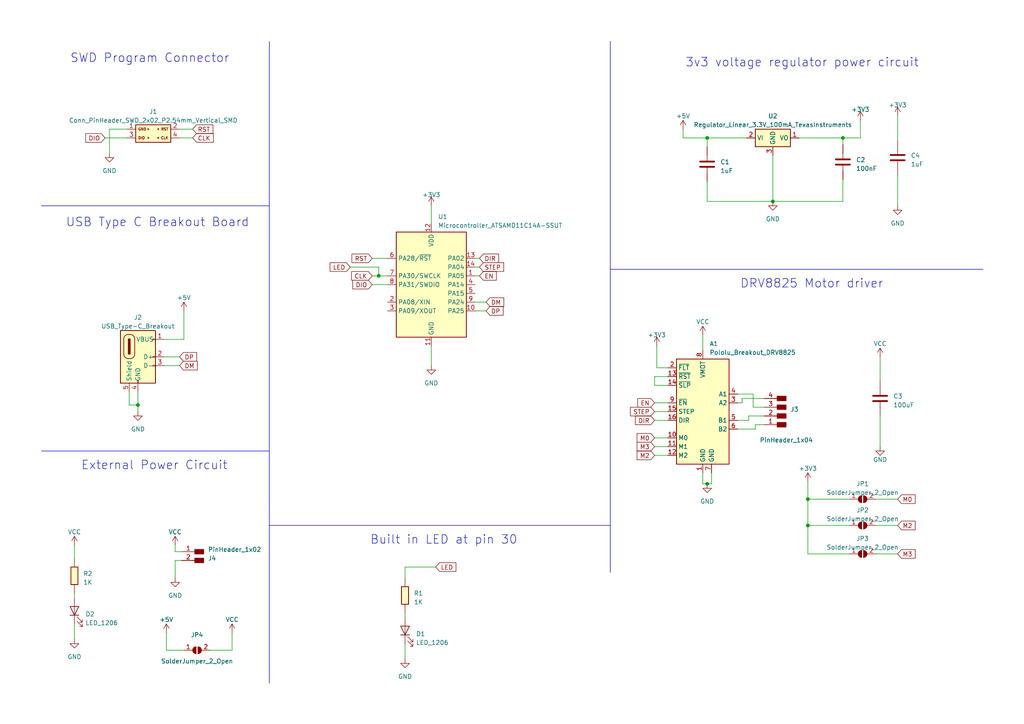
<source format=kicad_sch>
(kicad_sch (version 20230121) (generator eeschema)
  (paper "A4")
  (title_block (title "Urumbu Project SAMD11C with DRV8825 Controller") (date "2024-04-03") (rev "v 1.0") (company "Super Fablab Kerala"))
  (lib_symbols
    (symbol "Driver_Motor:Pololu_Breakout_DRV8825"
      (property "Reference" "A" (at -2.54 16.51 0))
      (property "Value" "Pololu_Breakout_DRV8825" (at -2.54 13.97 0))
      (symbol "Pololu_Breakout_DRV8825_0_1"
        (rectangle (start 7.62 -17.78) (end -7.62 12.7) (stroke (width 0.254)) (fill (type background)))
      )
      (symbol "Pololu_Breakout_DRV8825_1_1"
        (pin power_in line (at 0 -20.32 90) (length 2.54) (name "GND") (number "1"))
        (pin input line (at -10.16 -10.16 0) (length 2.54) (name "M0") (number "10"))
        (pin input line (at -10.16 -12.7 0) (length 2.54) (name "M1") (number "11"))
        (pin input line (at -10.16 -15.24 0) (length 2.54) (name "M2") (number "12"))
        (pin input line (at -10.16 7.62 0) (length 2.54) (name "~{RST}") (number "13"))
        (pin input line (at -10.16 5.08 0) (length 2.54) (name "~{SLP}") (number "14"))
        (pin input line (at -10.16 -2.54 0) (length 2.54) (name "STEP") (number "15"))
        (pin input line (at -10.16 -5.08 0) (length 2.54) (name "DIR") (number "16"))
        (pin output line (at -10.16 10.16 0) (length 2.54) (name "~{FLT}") (number "2"))
        (pin output line (at 10.16 0 180) (length 2.54) (name "A2") (number "3"))
        (pin output line (at 10.16 2.54 180) (length 2.54) (name "A1") (number "4"))
        (pin output line (at 10.16 -5.08 180) (length 2.54) (name "B1") (number "5"))
        (pin output line (at 10.16 -7.62 180) (length 2.54) (name "B2") (number "6"))
        (pin power_in line (at 2.54 -20.32 90) (length 2.54) (name "GND") (number "7"))
        (pin power_in line (at 0 15.24 270) (length 2.54) (name "VMOT") (number "8"))
        (pin input line (at -10.16 0 0) (length 2.54) (name "~{EN}") (number "9"))
      )
    )
    (symbol "Jumper:SolderJumper_2_Open" (pin_names (offset 0) hide)
      (property "Reference" "JP" (at 0 2.032 0))
      (property "Value" "SolderJumper_2_Open" (at 0 -2.54 0))
      (symbol "SolderJumper_2_Open_0_1"
        (arc (start -0.254 1.016) (mid -1.2656 0) (end -0.254 -1.016))
        (arc (start -0.254 1.016) (mid -1.2656 0) (end -0.254 -1.016) (fill (type outline)))
        (polyline (pts (xy -0.254 1.016) (xy -0.254 -1.016)))
        (polyline (pts (xy 0.254 1.016) (xy 0.254 -1.016)))
        (arc (start 0.254 -1.016) (mid 1.2656 0) (end 0.254 1.016))
        (arc (start 0.254 -1.016) (mid 1.2656 0) (end 0.254 1.016) (fill (type outline)))
      )
      (symbol "SolderJumper_2_Open_1_1"
        (pin passive line (at -3.81 0 0) (length 2.54) (name "A") (number "1"))
        (pin passive line (at 3.81 0 180) (length 2.54) (name "B") (number "2"))
      )
    )
    (symbol "ProshPlay:ProshPlay-Type-C-breakout-board"
      (property "Reference" "J" (at -3.175 10.795 0))
      (property "Value" "USB_Type-C_Breakout" (at 0 8.255 0))
      (symbol "ProshPlay-Type-C-breakout-board_0_1"
        (rectangle (start -5.08 6.985) (end 5.08 -8.255) (stroke (width 0.254)) (fill (type background)))
        (arc (start -4.1059 0.1404) (mid -3.7339 -0.7576) (end -2.8359 -1.1296) (stroke (width 0.2)))
        (rectangle (start -2.8359 4.5854) (end -2.2009 0.1404) (fill (type outline)))
        (arc (start -2.836 5.8555) (mid -3.734 5.4835) (end -4.106 4.5855) (stroke (width 0.2)))
        (arc (start -2.2009 -1.1296) (mid -1.3043 -0.7563) (end -0.9308 0.1403) (stroke (width 0.2)))
        (arc (start -0.9308 4.5855) (mid -1.3028 5.4835) (end -2.2008 5.8555) (stroke (width 0.2)))
        (rectangle (start -0.127 -8.255) (end 0.127 -7.493))
        (polyline (pts (xy -4.1059 4.5854) (xy -4.1059 0.1404)) (stroke (width 0.2)))
        (polyline (pts (xy -2.8359 -1.1296) (xy -2.2009 -1.1296)) (stroke (width 0.2)))
        (polyline (pts (xy -2.8359 5.8554) (xy -2.2009 5.8554)) (stroke (width 0.2)))
        (polyline (pts (xy -0.9309 0.1404) (xy -0.9309 4.5854)) (stroke (width 0.2)))
        (rectangle (start 5.08 -3.302) (end 4.318 -3.048))
        (rectangle (start 5.08 -0.762) (end 4.318 -0.508))
        (rectangle (start 5.08 4.318) (end 4.318 4.572))
      )
      (symbol "ProshPlay-Type-C-breakout-board_1_1"
        (pin power_in line (at 7.62 4.445 180) (length 2.54) (name "VBUS") (number "1"))
        (pin bidirectional line (at 7.62 -0.635 180) (length 2.54) (name "D+") (number "2"))
        (pin bidirectional line (at 7.62 -3.175 180) (length 2.54) (name "D-") (number "3"))
        (pin power_in line (at 0 -10.795 90) (length 2.54) (name "GND") (number "4"))
        (pin passive line (at -2.54 -10.795 90) (length 2.54) (name "Shield") (number "5"))
      )
    )
    (symbol "fab:C_1206" (pin_numbers hide)
      (property "Reference" "C" (at 0.635 2.54 0))
      (property "Value" "C_1206" (at 0.635 -2.54 0))
      (symbol "C_1206_0_1"
        (polyline (pts (xy -2.032 -0.762) (xy 2.032 -0.762)) (stroke (width 0.508)))
        (polyline (pts (xy -2.032 0.762) (xy 2.032 0.762)) (stroke (width 0.508)))
        (polyline (pts (xy 0 -0.635) (xy 0 -2.54)))
        (polyline (pts (xy 0 0.635) (xy 0 2.54)))
      )
      (symbol "C_1206_1_1"
        (pin passive line (at 0 5.08 270) (length 2.54) (name "~") (number "1"))
        (pin passive line (at 0 -5.08 90) (length 2.54) (name "~") (number "2"))
      )
    )
    (symbol "fab:Conn_PinHeader_1x02_P2.54mm_Horizontal_SMD" (pin_names hide)
      (property "Reference" "J" (at 0 2.54 0))
      (property "Value" "Conn_PinHeader_1x02_P2.54mm_Horizontal_SMD" (at 0 -5.08 0))
      (symbol "Conn_PinHeader_1x02_P2.54mm_Horizontal_SMD_1_1"
        (rectangle (start -1.27 -1.905) (end 1.27 -3.175) (stroke (width 0.254)) (fill (type outline)))
        (rectangle (start -1.27 0.635) (end 1.27 -0.635) (stroke (width 0.254)) (fill (type outline)))
        (pin passive line (at 5.08 0 180) (length 3.81) (name "Pin_1") (number "1"))
        (pin passive line (at 5.08 -2.54 180) (length 3.81) (name "Pin_2") (number "2"))
      )
    )
    (symbol "fab:Conn_PinHeader_1x04_P2.54mm_Horizontal_SMD" (pin_names hide)
      (property "Reference" "J" (at 0 5.08 0))
      (property "Value" "Conn_PinHeader_1x04_P2.54mm_Horizontal_SMD" (at 0 -7.62 0))
      (symbol "Conn_PinHeader_1x04_P2.54mm_Horizontal_SMD_1_1"
        (rectangle (start -1.27 -4.445) (end 1.27 -5.715) (stroke (width 0.254)) (fill (type outline)))
        (rectangle (start -1.27 -1.905) (end 1.27 -3.175) (stroke (width 0.254)) (fill (type outline)))
        (rectangle (start -1.27 0.635) (end 1.27 -0.635) (stroke (width 0.254)) (fill (type outline)))
        (rectangle (start -1.27 3.175) (end 1.27 1.905) (stroke (width 0.254)) (fill (type outline)))
        (pin passive line (at 5.08 2.54 180) (length 3.81) (name "Pin_1") (number "1"))
        (pin passive line (at 5.08 0 180) (length 3.81) (name "Pin_2") (number "2"))
        (pin passive line (at 5.08 -2.54 180) (length 3.81) (name "Pin_3") (number "3"))
        (pin passive line (at 5.08 -5.08 180) (length 3.81) (name "Pin_4") (number "4"))
      )
    )
    (symbol "fab:Conn_PinHeader_SWD_2x02_P2.54mm_Vertical_SMD"
      (property "Reference" "J" (at 0 3.81 0))
      (property "Value" "Conn_PinHeader_SWD_2x02_P2.54mm_Vertical_SMD" (at 0 -3.81 0))
      (symbol "Conn_PinHeader_SWD_2x02_P2.54mm_Vertical_SMD_0_0"
        (text "CLK" (at 4.445 -1.27 0) (effects (font (size 0.75 0.75)) (justify right)))
        (text "DIO" (at -4.445 -1.27 0) (effects (font (size 0.75 0.75)) (justify left)))
        (text "GND" (at -4.445 1.27 0) (effects (font (size 0.75 0.75)) (justify left)))
        (text "RST" (at 4.445 1.27 0) (effects (font (size 0.75 0.75)) (justify right)))
      )
      (symbol "Conn_PinHeader_SWD_2x02_P2.54mm_Vertical_SMD_0_1"
        (polyline (pts (xy -1.524 -1.016) (xy -1.27 -1.27) (xy -1.524 -1.524) (xy -1.524 -1.016)) (fill (type outline)))
        (polyline (pts (xy -1.524 1.524) (xy -1.27 1.27) (xy -1.524 1.016) (xy -1.524 1.524)) (fill (type outline)))
        (polyline (pts (xy 1.524 -1.016) (xy 1.27 -1.27) (xy 1.524 -1.524) (xy 1.524 -1.016)) (fill (type outline)))
        (polyline (pts (xy 1.524 1.524) (xy 1.27 1.27) (xy 1.524 1.016) (xy 1.524 1.524)) (fill (type outline)))
      )
      (symbol "Conn_PinHeader_SWD_2x02_P2.54mm_Vertical_SMD_1_1"
        (rectangle (start -5.08 2.54) (end 5.08 -2.54) (stroke (width 0.254)) (fill (type background)))
        (pin passive line (at -7.62 1.27 0) (length 2.54) (name "") (number "1"))
        (pin passive line (at 7.62 1.27 180) (length 2.54) (name "") (number "2"))
        (pin passive line (at -7.62 -1.27 0) (length 2.54) (name "") (number "3"))
        (pin passive line (at 7.62 -1.27 180) (length 2.54) (name "") (number "4"))
      )
    )
    (symbol "fab:LED_1206" (pin_numbers hide) (pin_names (offset 1.016) hide)
      (property "Reference" "D" (at 0 2.54 0))
      (property "Value" "LED_1206" (at 0 -2.54 0))
      (symbol "LED_1206_0_1"
        (polyline (pts (xy -1.27 -1.27) (xy -1.27 1.27)) (stroke (width 0.2032)))
        (polyline (pts (xy -1.27 0) (xy 1.27 0)))
        (polyline (pts (xy 1.27 -1.27) (xy 1.27 1.27) (xy -1.27 0) (xy 1.27 -1.27)) (stroke (width 0.2032)))
        (polyline (pts (xy -3.048 -0.762) (xy -4.572 -2.286) (xy -3.81 -2.286) (xy -4.572 -2.286) (xy -4.572 -1.524)))
        (polyline (pts (xy -1.778 -0.762) (xy -3.302 -2.286) (xy -2.54 -2.286) (xy -3.302 -2.286) (xy -3.302 -1.524)))
      )
      (symbol "LED_1206_1_1"
        (pin passive line (at -3.81 0 0) (length 2.54) (name "K") (number "1"))
        (pin passive line (at 3.81 0 180) (length 2.54) (name "A") (number "2"))
      )
    )
    (symbol "fab:Microcontroller_ATSAMD11C14A-SSUT"
      (property "Reference" "U" (at -10.16 16.51 0))
      (property "Value" "Microcontroller_ATSAMD11C14A-SSUT" (at 1.27 16.51 0))
      (symbol "Microcontroller_ATSAMD11C14A-SSUT_0_1"
        (rectangle (start -10.16 15.24) (end 10.16 -15.24) (stroke (width 0.254)) (fill (type background)))
      )
      (symbol "Microcontroller_ATSAMD11C14A-SSUT_1_1"
        (pin bidirectional line (at 12.7 2.54 180) (length 2.54) (name "PA05") (number "1"))
        (pin bidirectional line (at 12.7 -7.62 180) (length 2.54) (name "PA25") (number "10"))
        (pin power_in line (at 0 -17.78 90) (length 2.54) (name "GND") (number "11"))
        (pin power_in line (at 0 17.78 270) (length 2.54) (name "VDD") (number "12"))
        (pin bidirectional line (at 12.7 7.62 180) (length 2.54) (name "PA02") (number "13"))
        (pin bidirectional line (at 12.7 5.08 180) (length 2.54) (name "PA04") (number "14"))
        (pin bidirectional line (at -12.7 -5.08 0) (length 2.54) (name "PA08/XIN") (number "2"))
        (pin bidirectional line (at -12.7 -7.62 0) (length 2.54) (name "PA09/XOUT") (number "3"))
        (pin bidirectional line (at 12.7 0 180) (length 2.54) (name "PA14") (number "4"))
        (pin bidirectional line (at 12.7 -2.54 180) (length 2.54) (name "PA15") (number "5"))
        (pin bidirectional line (at -12.7 7.62 0) (length 2.54) (name "PA28/~{RST}") (number "6"))
        (pin bidirectional line (at -12.7 2.54 0) (length 2.54) (name "PA30/SWCLK") (number "7"))
        (pin bidirectional line (at -12.7 0 0) (length 2.54) (name "PA31/SWDIO") (number "8"))
        (pin bidirectional line (at 12.7 -5.08 180) (length 2.54) (name "PA24") (number "9"))
      )
    )
    (symbol "fab:R_1206" (pin_numbers hide) (pin_names (offset 0))
      (property "Reference" "R" (at 2.54 0 90))
      (property "Value" "R_1206" (at -2.54 0 90))
      (symbol "R_1206_0_1"
        (rectangle (start -1.016 -2.54) (end 1.016 2.54) (stroke (width 0.254)) (fill (type background)))
      )
      (symbol "R_1206_1_1"
        (pin passive line (at 0 5.08 270) (length 2.54) (name "~") (number "1"))
        (pin passive line (at 0 -5.08 90) (length 2.54) (name "~") (number "2"))
      )
    )
    (symbol "fab:Regulator_Linear_3.3V_100mA_TexasInstruments"
      (property "Reference" "U" (at -5.08 6.35 0))
      (property "Value" "Regulator_Linear_3.3V_100mA_TexasInstruments" (at -5.08 3.81 0))
      (symbol "Regulator_Linear_3.3V_100mA_TexasInstruments_0_1"
        (rectangle (start -5.08 2.54) (end 5.08 -2.54) (stroke (width 0.254)) (fill (type background)))
      )
      (symbol "Regulator_Linear_3.3V_100mA_TexasInstruments_1_1"
        (pin power_out line (at 7.62 0 180) (length 2.54) (name "VO") (number "1"))
        (pin power_in line (at -7.62 0 0) (length 2.54) (name "VI") (number "2"))
        (pin power_in line (at 0 -5.08 90) (length 2.54) (name "GND") (number "3"))
      )
    )
    (symbol "power:+3V3" (power) (pin_names (offset 0))
      (property "Value" "+3V3" (at 0 3.556 0))
      (symbol "+3V3_0_1"
        (polyline (pts (xy -0.762 1.27) (xy 0 2.54)))
        (polyline (pts (xy 0 0) (xy 0 2.54)))
        (polyline (pts (xy 0 2.54) (xy 0.762 1.27)))
      )
      (symbol "+3V3_1_1"
        (pin power_in line (at 0 0 90) (length 0) hide (name "+3V3") (number "1"))
      )
    )
    (symbol "power:+5V" (power) (pin_names (offset 0))
      (property "Value" "+5V" (at 0 3.556 0))
      (symbol "+5V_0_1"
        (polyline (pts (xy -0.762 1.27) (xy 0 2.54)))
        (polyline (pts (xy 0 0) (xy 0 2.54)))
        (polyline (pts (xy 0 2.54) (xy 0.762 1.27)))
      )
      (symbol "+5V_1_1"
        (pin power_in line (at 0 0 90) (length 0) hide (name "+5V") (number "1"))
      )
    )
    (symbol "power:GND" (power) (pin_names (offset 0))
      (property "Value" "GND" (at 0 -3.81 0))
      (symbol "GND_0_1"
        (polyline (pts (xy 0 0) (xy 0 -1.27) (xy 1.27 -1.27) (xy 0 -2.54) (xy -1.27 -1.27) (xy 0 -1.27)))
      )
      (symbol "GND_1_1"
        (pin power_in line (at 0 0 270) (length 0) hide (name "GND") (number "1"))
      )
    )
    (symbol "power:VCC" (power) (pin_names (offset 0))
      (property "Value" "VCC" (at 0 3.81 0))
      (symbol "VCC_0_1"
        (polyline (pts (xy -0.762 1.27) (xy 0 2.54)))
        (polyline (pts (xy 0 0) (xy 0 2.54)))
        (polyline (pts (xy 0 2.54) (xy 0.762 1.27)))
      )
      (symbol "VCC_1_1"
        (pin power_in line (at 0 0 90) (length 0) hide (name "VCC") (number "1"))
      )
    )
  )
  (junction (at 40.005 117.475))
  (junction (at 224.155 58.42))
  (junction (at 205.105 140.335))
  (junction (at 205.105 40.005))
  (junction (at 234.315 144.78))
  (junction (at 244.475 40.005))
  (junction (at 234.315 152.4))
  (junction (at 109.855 80.01))
  (wire (pts (xy 50.8 162.56) (xy 52.705 162.56)))
  (wire (pts (xy 67.31 188.595) (xy 60.96 188.595)))
  (wire (pts (xy 217.17 120.65) (xy 217.17 121.92)))
  (wire (pts (xy 52.07 37.465) (xy 55.88 37.465)))
  (wire (pts (xy 47.625 98.425) (xy 53.34 98.425)))
  (wire (pts (xy 205.105 40.005) (xy 205.105 42.545)))
  (wire (pts (xy 47.625 106.045) (xy 52.07 106.045)))
  (wire (pts (xy 139.065 74.93) (xy 137.795 74.93)))
  (wire (pts (xy 117.475 177.8) (xy 117.475 179.07)))
  (wire (pts (xy 213.995 116.84) (xy 215.265 116.84)))
  (wire (pts (xy 234.315 152.4) (xy 234.315 160.655)))
  (wire (pts (xy 205.105 52.705) (xy 205.105 58.42)))
  (wire (pts (xy 244.475 40.005) (xy 244.475 41.91)))
  (wire (pts (xy 21.59 180.975) (xy 21.59 185.42)))
  (wire (pts (xy 67.31 183.515) (xy 67.31 188.595)))
  (wire (pts (xy 117.475 164.465) (xy 117.475 167.64)))
  (wire (pts (xy 216.535 40.005) (xy 205.105 40.005)))
  (wire (pts (xy 215.265 115.57) (xy 215.265 116.84)))
  (wire (pts (xy 213.995 114.3) (xy 218.44 114.3)))
  (wire (pts (xy 221.615 115.57) (xy 215.265 115.57)))
  (wire (pts (xy 218.44 114.3) (xy 218.44 118.11)))
  (wire (pts (xy 203.835 97.155) (xy 203.835 101.6)))
  (wire (pts (xy 198.12 40.005) (xy 205.105 40.005)))
  (wire (pts (xy 109.855 80.01) (xy 112.395 80.01)))
  (wire (pts (xy 189.865 111.76) (xy 193.675 111.76)))
  (wire (pts (xy 221.615 120.65) (xy 217.17 120.65)))
  (wire (pts (xy 137.795 80.01) (xy 139.065 80.01)))
  (wire (pts (xy 125.095 59.69) (xy 125.095 64.77)))
  (wire (pts (xy 50.8 160.02) (xy 50.8 158.115)))
  (wire (pts (xy 260.35 152.4) (xy 254 152.4)))
  (wire (pts (xy 40.005 113.665) (xy 40.005 117.475)))
  (wire (pts (xy 255.27 120.65) (xy 255.27 129.54)))
  (polyline (pts (xy 177.165 78.105) (xy 285.115 78.105)))
  (wire (pts (xy 109.855 77.47) (xy 109.855 80.01)))
  (wire (pts (xy 37.465 113.665) (xy 37.465 117.475)))
  (wire (pts (xy 234.315 160.655) (xy 246.38 160.655)))
  (wire (pts (xy 125.095 100.33) (xy 125.095 106.045)))
  (wire (pts (xy 140.97 90.17) (xy 137.795 90.17)))
  (wire (pts (xy 126.365 164.465) (xy 117.475 164.465)))
  (wire (pts (xy 203.835 140.335) (xy 205.105 140.335)))
  (polyline (pts (xy 177.0099 166.0147) (xy 177.0099 12.0008)))
  (wire (pts (xy 193.675 109.22) (xy 189.865 109.22)))
  (wire (pts (xy 107.95 80.01) (xy 109.855 80.01)))
  (wire (pts (xy 36.83 37.465) (xy 31.75 37.465)))
  (wire (pts (xy 234.315 152.4) (xy 246.38 152.4)))
  (wire (pts (xy 52.07 40.005) (xy 55.88 40.005)))
  (wire (pts (xy 198.12 37.465) (xy 198.12 40.005)))
  (wire (pts (xy 213.995 124.46) (xy 219.075 124.46)))
  (wire (pts (xy 224.155 58.42) (xy 244.475 58.42)))
  (wire (pts (xy 139.065 77.47) (xy 137.795 77.47)))
  (wire (pts (xy 40.005 117.475) (xy 40.005 119.38)))
  (wire (pts (xy 221.615 118.11) (xy 218.44 118.11)))
  (wire (pts (xy 53.34 188.595) (xy 48.26 188.595)))
  (wire (pts (xy 107.95 74.93) (xy 112.395 74.93)))
  (wire (pts (xy 48.26 188.595) (xy 48.26 183.515)))
  (wire (pts (xy 206.375 137.16) (xy 206.375 140.335)))
  (wire (pts (xy 231.775 40.005) (xy 244.475 40.005)))
  (wire (pts (xy 50.8 162.56) (xy 50.8 167.64)))
  (wire (pts (xy 140.97 87.63) (xy 137.795 87.63)))
  (wire (pts (xy 190.5 100.33) (xy 190.5 106.68)))
  (wire (pts (xy 50.8 160.02) (xy 52.705 160.02)))
  (wire (pts (xy 234.315 139.7) (xy 234.315 144.78)))
  (wire (pts (xy 189.865 127) (xy 193.675 127)))
  (polyline (pts (xy 177.0072 152.4) (xy 177.0072 152.4013)))
  (wire (pts (xy 30.48 40.005) (xy 36.83 40.005)))
  (wire (pts (xy 31.75 37.465) (xy 31.75 44.45)))
  (wire (pts (xy 260.35 50.8) (xy 260.35 59.69)))
  (wire (pts (xy 189.865 129.54) (xy 193.675 129.54)))
  (wire (pts (xy 244.475 52.07) (xy 244.475 58.42)))
  (wire (pts (xy 260.35 33.655) (xy 260.35 40.64)))
  (wire (pts (xy 217.17 121.92) (xy 213.995 121.92)))
  (wire (pts (xy 205.105 58.42) (xy 224.155 58.42)))
  (wire (pts (xy 47.625 103.505) (xy 52.07 103.505)))
  (wire (pts (xy 249.555 34.925) (xy 249.555 40.005)))
  (wire (pts (xy 117.475 186.69) (xy 117.475 191.135)))
  (wire (pts (xy 260.35 144.78) (xy 254 144.78)))
  (wire (pts (xy 255.27 103.505) (xy 255.27 110.49)))
  (wire (pts (xy 260.35 160.655) (xy 254 160.655)))
  (wire (pts (xy 189.865 109.22) (xy 189.865 111.76)))
  (wire (pts (xy 101.6 77.47) (xy 109.855 77.47)))
  (wire (pts (xy 234.315 144.78) (xy 234.315 152.4)))
  (wire (pts (xy 224.155 45.085) (xy 224.155 58.42)))
  (polyline (pts (xy 12.065 130.81) (xy 78.105 130.81)))
  (polyline (pts (xy 12.065 59.69) (xy 78.105 59.69)))
  (polyline (pts (xy 78.105 152.4) (xy 177.0072 152.4)))
  (polyline (pts (xy 78.105 12.065) (xy 78.105 198.12)))
  (wire (pts (xy 37.465 117.475) (xy 40.005 117.475)))
  (wire (pts (xy 21.59 172.085) (xy 21.59 173.355)))
  (polyline (pts (xy 177.0086 12.0008) (xy 177.0099 12.0008)))
  (wire (pts (xy 189.865 132.08) (xy 193.675 132.08)))
  (wire (pts (xy 219.075 124.46) (xy 219.075 123.19)))
  (wire (pts (xy 21.59 158.115) (xy 21.59 161.925)))
  (wire (pts (xy 219.075 123.19) (xy 221.615 123.19)))
  (wire (pts (xy 189.865 121.92) (xy 193.675 121.92)))
  (wire (pts (xy 246.38 144.78) (xy 234.315 144.78)))
  (wire (pts (xy 189.865 116.84) (xy 193.675 116.84)))
  (wire (pts (xy 249.555 40.005) (xy 244.475 40.005)))
  (wire (pts (xy 190.5 106.68) (xy 193.675 106.68)))
  (wire (pts (xy 53.34 98.425) (xy 53.34 90.17)))
  (wire (pts (xy 206.375 140.335) (xy 205.105 140.335)))
  (wire (pts (xy 189.865 119.38) (xy 193.675 119.38)))
  (wire (pts (xy 203.835 137.16) (xy 203.835 140.335)))
  (polyline (pts (xy 78.105 146.4322) (xy 78.105 146.685)))
  (wire (pts (xy 107.95 82.55) (xy 112.395 82.55)))
  (text "DRV8825 Motor driver" (at 214.63 83.82 0) (effects (font (size 2.5 2.5)) (justify left bottom)))
  (text "External Power Circuit\n" (at 23.495 136.525 0) (effects (font (size 2.5 2.5)) (justify left bottom)))
  (text "USB Type C Breakout Board\n" (at 19.05 66.04 0) (effects (font (size 2.5 2.5)) (justify left bottom)))
  (text "Built in LED at pin 30\n" (at 107.315 158.115 0) (effects (font (size 2.5 2.5)) (justify left bottom)))
  (text "3v3 voltage regulator power circuit" (at 198.755 19.685 0) (effects (font (size 2.5 2.5)) (justify left bottom)))
  (text "SWD Program Connector" (at 20.32 18.415 0) (effects (font (size 2.5 2.5)) (justify left bottom)))
  (global_label "RST" (shape input) (at 107.95 74.93 180) (property "Intersheetrefs" "${INTERSHEET_REFS}" (effects hide)))
  (global_label "RST" (shape input) (at 55.88 37.465 0) (property "Intersheetrefs" "${INTERSHEET_REFS}" (effects hide)))
  (global_label "DIR" (shape input) (at 189.865 121.92 180) (property "Intersheetrefs" "${INTERSHEET_REFS}" (effects hide)))
  (global_label "LED" (shape input) (at 126.365 164.465 0) (property "Intersheetrefs" "${INTERSHEET_REFS}" (effects hide)))
  (global_label "M3" (shape input) (at 260.35 160.655 0) (property "Intersheetrefs" "${INTERSHEET_REFS}" (effects hide)))
  (global_label "STEP" (shape input) (at 139.065 77.47 0) (property "Intersheetrefs" "${INTERSHEET_REFS}" (effects hide)))
  (global_label "DP" (shape input) (at 140.97 90.17 0) (property "Intersheetrefs" "${INTERSHEET_REFS}" (effects hide)))
  (global_label "DIR" (shape input) (at 139.065 74.93 0) (property "Intersheetrefs" "${INTERSHEET_REFS}" (effects hide)))
  (global_label "STEP" (shape input) (at 189.865 119.38 180) (property "Intersheetrefs" "${INTERSHEET_REFS}" (effects hide)))
  (global_label "DM" (shape input) (at 140.97 87.63 0) (property "Intersheetrefs" "${INTERSHEET_REFS}" (effects hide)))
  (global_label "M2" (shape input) (at 189.865 132.08 180) (property "Intersheetrefs" "${INTERSHEET_REFS}" (effects hide)))
  (global_label "DP" (shape input) (at 52.07 103.505 0) (property "Intersheetrefs" "${INTERSHEET_REFS}" (effects hide)))
  (global_label "CLK" (shape input) (at 107.95 80.01 180) (property "Intersheetrefs" "${INTERSHEET_REFS}" (effects hide)))
  (global_label "LED" (shape input) (at 101.6 77.47 180) (property "Intersheetrefs" "${INTERSHEET_REFS}" (effects hide)))
  (global_label "CLK" (shape input) (at 55.88 40.005 0) (property "Intersheetrefs" "${INTERSHEET_REFS}" (effects hide)))
  (global_label "DIO" (shape input) (at 107.95 82.55 180) (property "Intersheetrefs" "${INTERSHEET_REFS}" (effects hide)))
  (global_label "DM" (shape input) (at 52.07 106.045 0) (property "Intersheetrefs" "${INTERSHEET_REFS}" (effects hide)))
  (global_label "M0" (shape input) (at 260.35 144.78 0) (property "Intersheetrefs" "${INTERSHEET_REFS}" (effects hide)))
  (global_label "M2" (shape input) (at 260.35 152.4 0) (property "Intersheetrefs" "${INTERSHEET_REFS}" (effects hide)))
  (global_label "EN" (shape input) (at 189.865 116.84 180) (property "Intersheetrefs" "${INTERSHEET_REFS}" (effects hide)))
  (global_label "M3" (shape input) (at 189.865 129.54 180) (property "Intersheetrefs" "${INTERSHEET_REFS}" (effects hide)))
  (global_label "M0" (shape input) (at 189.865 127 180) (property "Intersheetrefs" "${INTERSHEET_REFS}" (effects hide)))
  (global_label "DIO" (shape input) (at 30.48 40.005 180) (property "Intersheetrefs" "${INTERSHEET_REFS}" (effects hide)))
  (global_label "EN" (shape input) (at 139.065 80.01 0) (property "Intersheetrefs" "${INTERSHEET_REFS}" (effects hide)))
  (symbol (lib_id "Jumper:SolderJumper_2_Open") (at 57.15 188.595 0) (unit 1)
    (property "Reference" "JP4" (at 57.15 184.15 0))
    (property "Value" "SolderJumper_2_Open" (at 57.15 191.77 0))
    (property "Footprint" "MyLibrary:SolderJumper-2_P1.3mm_Open_RoundedPad1.0x1.5mm_0.4mm" (effects hide))
  )
  (symbol (lib_id "power:+5V") (at 48.26 183.515 0) (unit 1)
    (property "Reference" "#PWR09" (effects hide))
    (property "Value" "+5V" (at 48.26 179.705 0))
  )
  (symbol (lib_id "fab:Regulator_Linear_3.3V_100mA_TexasInstruments") (at 224.155 40.005 0) (unit 1)
    (property "Reference" "U2" (at 224.155 33.655 0))
    (property "Value" "Regulator_Linear_3.3V_100mA_TexasInstruments" (at 224.155 36.195 0))
    (property "Footprint" "fab:SOT-23-3" (effects hide))
    (property "Datasheet" "https://www.ti.com/lit/ds/symlink/lm3480.pdf" (effects hide))
  )
  (symbol (lib_id "ProshPlay:ProshPlay-Type-C-breakout-board") (at 40.005 102.87 0) (unit 1)
    (property "Reference" "J2" (at 40.005 92.075 0))
    (property "Value" "USB_Type-C_Breakout" (at 40.005 94.615 0))
    (property "Footprint" "ProshPlay:ProshPlay-Type-C-breakout-board" (effects hide))
  )
  (symbol (lib_id "power:GND") (at 255.27 129.54 0) (unit 1)
    (property "Reference" "#PWR013" (effects hide))
    (property "Value" "GND" (at 255.27 133.35 0))
  )
  (symbol (lib_id "power:VCC") (at 203.835 97.155 0) (unit 1)
    (property "Reference" "#PWR014" (effects hide))
    (property "Value" "VCC" (at 203.835 93.345 0))
  )
  (symbol (lib_id "fab:C_1206") (at 260.35 45.72 0) (unit 1)
    (property "Reference" "C4" (at 264.16 45.085 0) (effects (justify left)))
    (property "Value" "1uF" (at 264.16 47.625 0) (effects (justify left)))
    (property "Footprint" "fab:C_1206" (effects hide))
    (property "Datasheet" "https://www.yageo.com/upload/media/product/productsearch/datasheet/mlcc/UPY-GP_NP0_16V-to-50V_18.pdf" (effects hide))
  )
  (symbol (lib_id "power:GND") (at 50.8 167.64 0) (unit 1)
    (property "Reference" "#PWR019" (effects hide))
    (property "Value" "GND" (at 50.8 172.72 0))
  )
  (symbol (lib_id "fab:R_1206") (at 21.59 167.005 0) (unit 1)
    (property "Reference" "R2" (at 24.13 166.37 0) (effects (justify left)))
    (property "Value" "1K" (at 24.13 168.91 0) (effects (justify left)))
    (property "Footprint" "fab:R_1206" (effects hide))
  )
  (symbol (lib_id "power:GND") (at 224.155 58.42 0) (unit 1)
    (property "Reference" "#PWR08" (effects hide))
    (property "Value" "GND" (at 224.155 63.5 0))
  )
  (symbol (lib_id "fab:C_1206") (at 244.475 46.99 0) (unit 1)
    (property "Reference" "C2" (at 248.285 46.355 0) (effects (justify left)))
    (property "Value" "100nF" (at 248.285 48.895 0) (effects (justify left)))
    (property "Footprint" "fab:C_1206" (effects hide))
    (property "Datasheet" "https://www.yageo.com/upload/media/product/productsearch/datasheet/mlcc/UPY-GP_NP0_16V-to-50V_18.pdf" (effects hide))
  )
  (symbol (lib_id "fab:Conn_PinHeader_1x04_P2.54mm_Horizontal_SMD") (at 226.695 120.65 180) (unit 1)
    (property "Reference" "J3" (at 229.235 118.745 0) (effects (justify right)))
    (property "Value" "PinHeader_1x04" (at 220.345 127.635 0) (effects (justify right)))
    (property "Footprint" "fab:PinHeader_1x04_P2.54mm_Horizontal_SMD" (effects hide))
  )
  (symbol (lib_id "fab:Conn_PinHeader_1x02_P2.54mm_Horizontal_SMD") (at 57.785 160.02 0) (mirror y) (unit 1)
    (property "Reference" "J4" (at 60.325 161.925 0) (effects (justify right)))
    (property "Value" "PinHeader_1x02" (at 60.325 159.385 0) (effects (justify right)))
    (property "Footprint" "fab:PinHeader_1x02_P2.54mm_Horizontal_SMD" (effects hide))
  )
  (symbol (lib_id "power:+5V") (at 53.34 90.17 0) (unit 1)
    (property "Reference" "#PWR03" (effects hide))
    (property "Value" "+5V" (at 53.34 86.36 0))
  )
  (symbol (lib_id "power:+3V3") (at 125.095 59.69 0) (unit 1)
    (property "Reference" "#PWR04" (effects hide))
    (property "Value" "+3V3" (at 125.095 56.515 0))
  )
  (symbol (lib_id "power:GND") (at 260.35 59.69 0) (unit 1)
    (property "Reference" "#PWR017" (effects hide))
    (property "Value" "GND" (at 260.35 64.77 0))
  )
  (symbol (lib_id "power:+5V") (at 198.12 37.465 0) (unit 1)
    (property "Reference" "#PWR07" (effects hide))
    (property "Value" "+5V" (at 198.12 33.655 0))
  )
  (symbol (lib_id "fab:Microcontroller_ATSAMD11C14A-SSUT") (at 125.095 82.55 0) (unit 1)
    (property "Reference" "U1" (at 127.0509 62.865 0) (effects (justify left)))
    (property "Value" "Microcontroller_ATSAMD11C14A-SSUT" (at 127.0509 65.405 0) (effects (justify left)))
    (property "Footprint" "fab:SOIC-14_3.9x8.7mm_P1.27mm" (effects hide))
    (property "Datasheet" "https://ww1.microchip.com/downloads/en/DeviceDoc/Atmel-42363-SAM-D11_Datasheet.pdf" (effects hide))
  )
  (symbol (lib_id "fab:C_1206") (at 205.105 47.625 0) (unit 1)
    (property "Reference" "C1" (at 208.915 46.99 0) (effects (justify left)))
    (property "Value" "1uF" (at 208.915 49.53 0) (effects (justify left)))
    (property "Footprint" "fab:C_1206" (effects hide))
    (property "Datasheet" "https://www.yageo.com/upload/media/product/productsearch/datasheet/mlcc/UPY-GP_NP0_16V-to-50V_18.pdf" (effects hide))
  )
  (symbol (lib_id "fab:R_1206") (at 117.475 172.72 0) (unit 1)
    (property "Reference" "R1" (at 120.015 172.085 0) (effects (justify left)))
    (property "Value" "1K" (at 120.015 174.625 0) (effects (justify left)))
    (property "Footprint" "fab:R_1206" (effects hide))
  )
  (symbol (lib_id "power:GND") (at 125.095 106.045 0) (unit 1)
    (property "Reference" "#PWR05" (effects hide))
    (property "Value" "GND" (at 125.095 111.125 0))
  )
  (symbol (lib_id "power:VCC") (at 67.31 183.515 0) (unit 1)
    (property "Reference" "#PWR015" (effects hide))
    (property "Value" "VCC" (at 67.31 179.705 0))
  )
  (symbol (lib_id "Jumper:SolderJumper_2_Open") (at 250.19 152.4 0) (unit 1)
    (property "Reference" "JP2" (at 250.19 147.955 0))
    (property "Value" "SolderJumper_2_Open" (at 250.19 150.495 0))
    (property "Footprint" "MyLibrary:SolderJumper-2_P1.3mm_Open_RoundedPad1.0x1.5mm_0.4mm" (effects hide))
  )
  (symbol (lib_id "power:+3V3") (at 190.5 100.33 0) (unit 1)
    (property "Reference" "#PWR020" (effects hide))
    (property "Value" "+3V3" (at 190.5 97.155 0))
  )
  (symbol (lib_id "fab:LED_1206") (at 117.475 182.88 90) (unit 1)
    (property "Reference" "D1" (at 120.65 183.8452 90) (effects (justify right)))
    (property "Value" "LED_1206" (at 120.65 186.3852 90) (effects (justify right)))
    (property "Footprint" "fab:LED_1206" (effects hide))
    (property "Datasheet" "https://optoelectronics.liteon.com/upload/download/DS-22-98-0002/LTST-C150CKT.pdf" (effects hide))
  )
  (symbol (lib_id "power:GND") (at 205.105 140.335 0) (unit 1)
    (property "Reference" "#PWR010" (effects hide))
    (property "Value" "GND" (at 205.105 145.415 0))
  )
  (symbol (lib_id "fab:C_1206") (at 255.27 115.57 0) (unit 1)
    (property "Reference" "C3" (at 259.08 114.935 0) (effects (justify left)))
    (property "Value" "100uF" (at 259.08 117.475 0) (effects (justify left)))
    (property "Footprint" "fab:C_1206" (effects hide))
    (property "Datasheet" "https://www.yageo.com/upload/media/product/productsearch/datasheet/mlcc/UPY-GP_NP0_16V-to-50V_18.pdf" (effects hide))
  )
  (symbol (lib_id "fab:LED_1206") (at 21.59 177.165 90) (unit 1)
    (property "Reference" "D2" (at 24.765 178.1302 90) (effects (justify right)))
    (property "Value" "LED_1206" (at 24.765 180.6702 90) (effects (justify right)))
    (property "Footprint" "fab:LED_1206" (effects hide))
    (property "Datasheet" "https://optoelectronics.liteon.com/upload/download/DS-22-98-0002/LTST-C150CKT.pdf" (effects hide))
  )
  (symbol (lib_id "power:GND") (at 117.475 191.135 0) (unit 1)
    (property "Reference" "#PWR06" (effects hide))
    (property "Value" "GND" (at 117.475 196.215 0))
  )
  (symbol (lib_id "Jumper:SolderJumper_2_Open") (at 250.19 160.655 0) (unit 1)
    (property "Reference" "JP3" (at 250.19 156.21 0))
    (property "Value" "SolderJumper_2_Open" (at 250.19 158.75 0))
    (property "Footprint" "MyLibrary:SolderJumper-2_P1.3mm_Open_RoundedPad1.0x1.5mm_0.4mm" (effects hide))
  )
  (symbol (lib_id "power:VCC") (at 21.59 158.115 0) (unit 1)
    (property "Reference" "#PWR023" (effects hide))
    (property "Value" "VCC" (at 21.59 154.305 0))
  )
  (symbol (lib_id "power:GND") (at 21.59 185.42 0) (unit 1)
    (property "Reference" "#PWR022" (effects hide))
    (property "Value" "GND" (at 21.59 190.5 0))
  )
  (symbol (lib_id "power:+3V3") (at 234.315 139.7 0) (unit 1)
    (property "Reference" "#PWR021" (effects hide))
    (property "Value" "+3V3" (at 234.315 135.89 0))
  )
  (symbol (lib_id "fab:Conn_PinHeader_SWD_2x02_P2.54mm_Vertical_SMD") (at 44.45 38.735 0) (unit 1)
    (property "Reference" "J1" (at 44.45 32.385 0))
    (property "Value" "Conn_PinHeader_SWD_2x02_P2.54mm_Vertical_SMD" (at 44.45 34.925 0))
    (property "Footprint" "fab:PinHeader_2x02_P2.54mm_Vertical_SMD" (effects hide))
    (property "Datasheet" "https://cdn.amphenol-icc.com/media/wysiwyg/files/drawing/95278.pdf" (effects hide))
  )
  (symbol (lib_id "power:+3V3") (at 249.555 34.925 0) (unit 1)
    (property "Reference" "#PWR011" (effects hide))
    (property "Value" "+3V3" (at 249.555 31.75 0))
  )
  (symbol (lib_id "power:+3V3") (at 260.35 33.655 0) (unit 1)
    (property "Reference" "#PWR016" (effects hide))
    (property "Value" "+3V3" (at 260.35 30.48 0))
  )
  (symbol (lib_id "Jumper:SolderJumper_2_Open") (at 250.19 144.78 0) (unit 1)
    (property "Reference" "JP1" (at 250.19 140.335 0))
    (property "Value" "SolderJumper_2_Open" (at 250.19 142.875 0))
    (property "Footprint" "MyLibrary:SolderJumper-2_P1.3mm_Open_RoundedPad1.0x1.5mm_0.4mm" (effects hide))
  )
  (symbol (lib_id "power:GND") (at 31.75 44.45 0) (unit 1)
    (property "Reference" "#PWR01" (effects hide))
    (property "Value" "GND" (at 31.75 49.53 0))
  )
  (symbol (lib_id "Driver_Motor:Pololu_Breakout_DRV8825") (at 203.835 116.84 0) (unit 1)
    (property "Reference" "A1" (at 205.7909 99.695 0) (effects (justify left)))
    (property "Value" "Pololu_Breakout_DRV8825" (at 205.7909 102.235 0) (effects (justify left)))
    (property "Footprint" "MyLibrary:DRV8825_SMD_pinheader_breakout" (effects hide))
    (property "Datasheet" "https://www.pololu.com/product/2982" (effects hide))
  )
  (symbol (lib_id "power:VCC") (at 255.27 103.505 0) (unit 1)
    (property "Reference" "#PWR012" (effects hide))
    (property "Value" "VCC" (at 255.27 99.695 0))
  )
  (symbol (lib_id "power:VCC") (at 50.8 158.115 0) (unit 1)
    (property "Reference" "#PWR018" (effects hide))
    (property "Value" "VCC" (at 50.8 154.305 0))
  )
  (symbol (lib_id "power:GND") (at 40.005 119.38 0) (unit 1)
    (property "Reference" "#PWR02" (effects hide))
    (property "Value" "GND" (at 40.005 124.46 0))
  )
)
</source>
